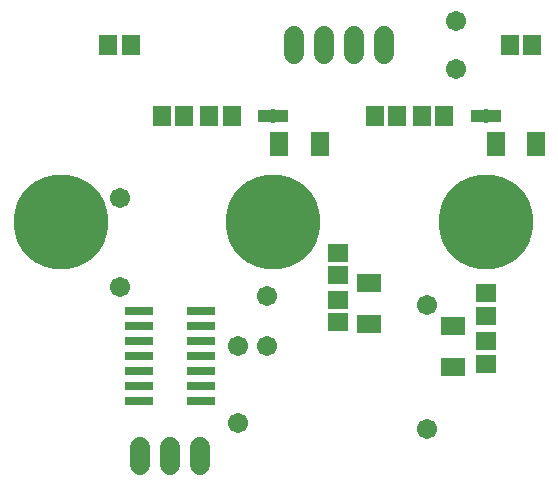
<source format=gbr>
G04 EAGLE Gerber RS-274X export*
G75*
%MOMM*%
%FSLAX34Y34*%
%LPD*%
%INSoldermask Top*%
%IPPOS*%
%AMOC8*
5,1,8,0,0,1.08239X$1,22.5*%
G01*
%ADD10C,4.003200*%
%ADD11C,1.203200*%
%ADD12R,2.403200X0.803200*%
%ADD13R,1.703200X1.503200*%
%ADD14R,1.603200X2.003200*%
%ADD15R,1.503200X1.703200*%
%ADD16R,1.003200X1.003200*%
%ADD17R,2.003200X1.603200*%
%ADD18C,1.727200*%
%ADD19C,8.003200*%
%ADD20C,1.703200*%


D10*
X135Y230000D03*
X360135Y230000D03*
X180135Y230000D03*
D11*
X180000Y320000D03*
X360000Y320000D03*
D12*
X118700Y91100D03*
X66700Y91100D03*
X118700Y78400D03*
X118700Y103800D03*
X118700Y116500D03*
X66700Y78400D03*
X66700Y103800D03*
X66700Y116500D03*
X118700Y141900D03*
X66700Y141900D03*
X118700Y129200D03*
X118700Y154600D03*
X66700Y129200D03*
X66700Y154600D03*
D13*
X360400Y150800D03*
X360400Y169800D03*
X360400Y110000D03*
X360400Y129000D03*
D14*
X402400Y296000D03*
X368400Y296000D03*
D15*
X305900Y320000D03*
X324900Y320000D03*
X265900Y320000D03*
X284900Y320000D03*
D16*
X367500Y320000D03*
X352500Y320000D03*
D17*
X332300Y141700D03*
X332300Y107700D03*
D13*
X234600Y185100D03*
X234600Y204100D03*
X234600Y145100D03*
X234600Y164100D03*
D14*
X219300Y296000D03*
X185300Y296000D03*
D15*
X125900Y320000D03*
X144900Y320000D03*
X85900Y320000D03*
X104900Y320000D03*
D16*
X187500Y320000D03*
X172500Y320000D03*
D17*
X261200Y178100D03*
X261200Y144100D03*
D18*
X67300Y39420D02*
X67300Y24180D01*
X92700Y24180D02*
X92700Y39420D01*
X118100Y39420D02*
X118100Y24180D01*
X197300Y372380D02*
X197300Y387620D01*
X222700Y387620D02*
X222700Y372380D01*
X248100Y372380D02*
X248100Y387620D01*
X273500Y387620D02*
X273500Y372380D01*
D15*
X399500Y380000D03*
X380500Y380000D03*
X40500Y380000D03*
X59500Y380000D03*
D19*
X0Y230000D03*
D20*
X50000Y250000D03*
X50000Y175000D03*
X150000Y125000D03*
X150000Y60000D03*
X175000Y125000D03*
X175000Y167500D03*
X335000Y360000D03*
X335000Y400000D03*
D19*
X360000Y230000D03*
D20*
X310000Y160000D03*
X310000Y55000D03*
D19*
X180000Y230000D03*
M02*

</source>
